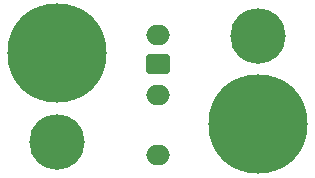
<source format=gbr>
%TF.GenerationSoftware,KiCad,Pcbnew,(6.0.9)*%
%TF.CreationDate,2022-12-18T21:26:28+11:00*%
%TF.ProjectId,EurekaProbe0.0.2,45757265-6b61-4507-926f-6265302e302e,rev?*%
%TF.SameCoordinates,Original*%
%TF.FileFunction,Soldermask,Top*%
%TF.FilePolarity,Negative*%
%FSLAX46Y46*%
G04 Gerber Fmt 4.6, Leading zero omitted, Abs format (unit mm)*
G04 Created by KiCad (PCBNEW (6.0.9)) date 2022-12-18 21:26:28*
%MOMM*%
%LPD*%
G01*
G04 APERTURE LIST*
G04 Aperture macros list*
%AMRoundRect*
0 Rectangle with rounded corners*
0 $1 Rounding radius*
0 $2 $3 $4 $5 $6 $7 $8 $9 X,Y pos of 4 corners*
0 Add a 4 corners polygon primitive as box body*
4,1,4,$2,$3,$4,$5,$6,$7,$8,$9,$2,$3,0*
0 Add four circle primitives for the rounded corners*
1,1,$1+$1,$2,$3*
1,1,$1+$1,$4,$5*
1,1,$1+$1,$6,$7*
1,1,$1+$1,$8,$9*
0 Add four rect primitives between the rounded corners*
20,1,$1+$1,$2,$3,$4,$5,0*
20,1,$1+$1,$4,$5,$6,$7,0*
20,1,$1+$1,$6,$7,$8,$9,0*
20,1,$1+$1,$8,$9,$2,$3,0*%
G04 Aperture macros list end*
%ADD10C,4.700000*%
%ADD11C,0.900000*%
%ADD12C,8.400000*%
%ADD13O,2.000000X1.700000*%
%ADD14RoundRect,0.250000X0.750000X-0.600000X0.750000X0.600000X-0.750000X0.600000X-0.750000X-0.600000X0*%
G04 APERTURE END LIST*
D10*
%TO.C,REF*%
X71500000Y-64000000D03*
%TD*%
D11*
%TO.C,REF\u002A\u002A*%
X73780419Y-54219581D03*
X71500000Y-53275000D03*
X69219581Y-58780419D03*
D12*
X71500000Y-56500000D03*
D11*
X74725000Y-56500000D03*
X73780419Y-58780419D03*
X68275000Y-56500000D03*
X71500000Y-59725000D03*
X69219581Y-54219581D03*
%TD*%
D13*
%TO.C,*%
X80000000Y-65080000D03*
%TD*%
%TO.C,*%
X80000000Y-60000000D03*
%TD*%
D14*
%TO.C,REF\u002A\u002A*%
X80000000Y-57420000D03*
D13*
X80000000Y-54920000D03*
%TD*%
D10*
%TO.C,REF\u002A\u002A*%
X88500000Y-55000000D03*
%TD*%
D11*
%TO.C,REF\u002A\u002A*%
X88500000Y-59275000D03*
D12*
X88500000Y-62500000D03*
D11*
X90780419Y-64780419D03*
X86219581Y-64780419D03*
X86219581Y-60219581D03*
X91725000Y-62500000D03*
X88500000Y-65725000D03*
X90780419Y-60219581D03*
X85275000Y-62500000D03*
%TD*%
M02*

</source>
